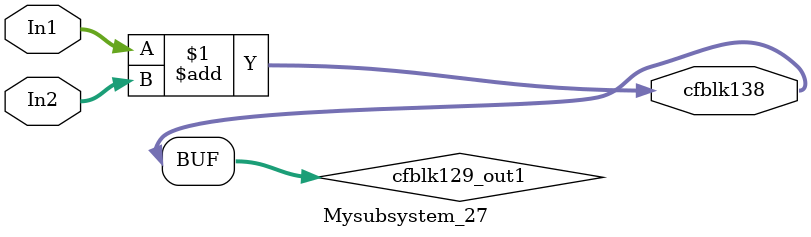
<source format=v>



`timescale 1 ns / 1 ns

module Mysubsystem_27
          (In1,
           In2,
           cfblk138);


  input   [7:0] In1;  // uint8
  input   [7:0] In2;  // uint8
  output  [7:0] cfblk138;  // uint8


  wire [7:0] cfblk129_out1;  // uint8


  assign cfblk129_out1 = In1 + In2;



  assign cfblk138 = cfblk129_out1;

endmodule  // Mysubsystem_27


</source>
